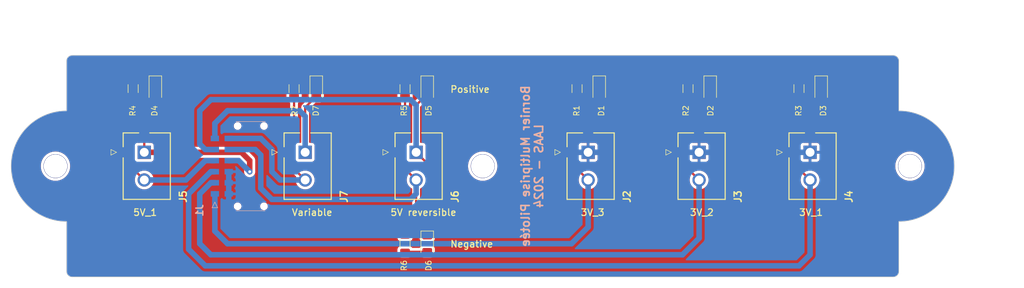
<source format=kicad_pcb>
(kicad_pcb (version 20221018) (generator pcbnew)
  (title_block (title "Bornier Multiprise Pilotée") (date "2024-03-13") (rev "1.0") (company "LAAS"))
  (layers (0 "F.Cu" signal) (31 "B.Cu" signal) (34 "B.Paste" user) (35 "F.Paste" user) (36 "B.SilkS" user "B.Silkscreen") (37 "F.SilkS" user "F.Silkscreen") (38 "B.Mask" user) (39 "F.Mask" user) (44 "Edge.Cuts" user))
  (net 0 "")
  (net 1 "/PWR_3V3_1")
  (net 2 "+3V3")
  (net 3 "/PWR_3V3_2")
  (net 4 "/PWR_3V3_3")
  (net 5 "/PWR_5V_1")
  (net 6 "+5V")
  (net 7 "/PWR_+5V")
  (net 8 "/PWR_-5V")
  (net 9 "/PWR_VAR_POS")
  (net 10 "/PWR_VAR_NEG")
  (net 11 "Net-(D1-K)")
  (net 12 "Net-(D2-K)")
  (net 13 "Net-(D3-K)")
  (net 14 "Net-(D4-K)")
  (net 15 "Net-(D5-K)")
  (net 16 "Net-(D6-A)")
  (net 17 "Net-(D7-K)")
  (footprint "LED_SMD:LED_1206_3216Metric" (layer "F.Cu") (at 186 76 -90)
    (fp_text reference "D2" (at 4.01 -0.055 90) (layer "F.SilkS"))
    (fp_text value "LED")
    (fp_line (start -2.285 -1.135) (end -2.285 1.135) (stroke (width 0.12)) (layer "F.SilkS"))
    (fp_line (start -2.285 1.135) (end 1.6 1.135) (stroke (width 0.12)) (layer "F.SilkS"))
    (fp_line (start 1.6 -1.135) (end -2.285 -1.135) (stroke (width 0.12)) (layer "F.SilkS"))
    (pad "1" smd roundrect (at -1.4 0 270) (size 1.25 1.75) (layers "F.Cu" "F.Paste" "F.Mask") (roundrect_rratio 0.2) (net 12 "Net-(D2-K)"))
    (pad "2" smd roundrect (at 1.4 0 270) (size 1.25 1.75) (layers "F.Cu" "F.Paste" "F.Mask") (roundrect_rratio 0.2) (net 2 "+3V3"))
  )
  (footprint "LED_SMD:LED_1206_3216Metric" (layer "F.Cu") (at 135 104 -90)
    (fp_text reference "D6" (at 3.95 -0.255 90) (layer "F.SilkS"))
    (fp_text value "LED")
    (fp_line (start -2.285 -1.135) (end -2.285 1.135) (stroke (width 0.12)) (layer "F.SilkS"))
    (fp_line (start -2.285 1.135) (end 1.6 1.135) (stroke (width 0.12)) (layer "F.SilkS"))
    (fp_line (start 1.6 -1.135) (end -2.285 -1.135) (stroke (width 0.12)) (layer "F.SilkS"))
    (pad "1" smd roundrect (at -1.4 0 270) (size 1.25 1.75) (layers "F.Cu" "F.Paste" "F.Mask") (roundrect_rratio 0.2) (net 7 "/PWR_+5V"))
    (pad "2" smd roundrect (at 1.4 0 270) (size 1.25 1.75) (layers "F.Cu" "F.Paste" "F.Mask") (roundrect_rratio 0.2) (net 16 "Net-(D6-A)"))
  )
  (footprint "Resistor_SMD:R_1206_3216Metric" (layer "F.Cu") (at 202 76 90)
    (fp_text reference "R3" (at -4.01 -0.07 90) (layer "F.SilkS"))
    (fp_text value "1K")
    (fp_line (start -0.727064 -0.91) (end 0.727064 -0.91) (stroke (width 0.12)) (layer "F.SilkS"))
    (fp_line (start -0.727064 0.91) (end 0.727064 0.91) (stroke (width 0.12)) (layer "F.SilkS"))
    (pad "1" smd roundrect (at -1.4625 0 90) (size 1.125 1.75) (layers "F.Cu" "F.Paste" "F.Mask") (roundrect_rratio 0.2222222222) (net 4 "/PWR_3V3_3"))
    (pad "2" smd roundrect (at 1.4625 0 90) (size 1.125 1.75) (layers "F.Cu" "F.Paste" "F.Mask") (roundrect_rratio 0.2222222222) (net 13 "Net-(D3-K)"))
  )
  (footprint "Borniers:WR-TBL Serie 3117 - 2P" (layer "F.Cu") (at 204 87.5 -90)
    (fp_text reference "J4" (at 8 -7 90) (layer "F.SilkS") (effects (font (size 1.27 1.27) (thickness 0.254))))
    (fp_text value "Conn_01x02" hide)
    (fp_line (start -3.5 -4.7) (end -3.5 -1) (stroke (width 0.2)) (layer "F.SilkS"))
    (fp_line (start -3.5 1) (end -3.5 3.8) (stroke (width 0.2)) (layer "F.SilkS"))
    (fp_line (start -3.5 3.8) (end -1 3.8) (stroke (width 0.2)) (layer "F.SilkS"))
    (fp_line (start -0.5 6) (end 0 5) (stroke (width 0.1)) (layer "F.SilkS"))
    (fp_line (start 0 5) (end 0.5 6) (stroke (width 0.1)) (layer "F.SilkS"))
    (fp_line (start 0.5 6) (end -0.5 6) (stroke (width 0.1)) (layer "F.SilkS"))
    (fp_line (start 1 3.8) (end 8.5 3.8) (stroke (width 0.2)) (layer "F.SilkS"))
    (fp_line (start 8.5 -4.7) (end -3.5 -4.7) (stroke (width 0.2)) (layer "F.SilkS"))
    (fp_line (start 8.5 3.8) (end 8.5 -4.7) (stroke (width 0.2)) (layer "F.SilkS"))
    (pad "1" thru_hole rect (at 0 0 270) (size 2.4 2.4) (drill 1.6) (layers "*.Cu" "*.Mask") (net 2 "+3V3"))
    (pad "2" thru_hole circle (at 5 0 270) (size 2.4 2.4) (drill 1.6) (layers "*.Cu" "*.Mask") (net 4 "/PWR_3V3_3"))
  )
  (footprint "LED_SMD:LED_1206_3216Metric" (layer "F.Cu") (at 206 76 -90)
    (fp_text reference "D3" (at 4.01 -0.375 90) (layer "F.SilkS"))
    (fp_text value "LED")
    (fp_line (start -2.285 -1.135) (end -2.285 1.135) (stroke (width 0.12)) (layer "F.SilkS"))
    (fp_line (start -2.285 1.135) (end 1.6 1.135) (stroke (width 0.12)) (layer "F.SilkS"))
    (fp_line (start 1.6 -1.135) (end -2.285 -1.135) (stroke (width 0.12)) (layer "F.SilkS"))
    (pad "1" smd roundrect (at -1.4 0 270) (size 1.25 1.75) (layers "F.Cu" "F.Paste" "F.Mask") (roundrect_rratio 0.2) (net 13 "Net-(D3-K)"))
    (pad "2" smd roundrect (at 1.4 0 270) (size 1.25 1.75) (layers "F.Cu" "F.Paste" "F.Mask") (roundrect_rratio 0.2) (net 2 "+3V3"))
  )
  (footprint "Resistor_SMD:R_1206_3216Metric" (layer "F.Cu") (at 111 76 90)
    (fp_text reference "R7" (at -4.01 0.125 90) (layer "F.SilkS"))
    (fp_text value "1K")
    (fp_line (start -0.727064 -0.91) (end 0.727064 -0.91) (stroke (width 0.12)) (layer "F.SilkS"))
    (fp_line (start -0.727064 0.91) (end 0.727064 0.91) (stroke (width 0.12)) (layer "F.SilkS"))
    (pad "1" smd roundrect (at -1.4625 0 90) (size 1.125 1.75) (layers "F.Cu" "F.Paste" "F.Mask") (roundrect_rratio 0.2222222222) (net 10 "/PWR_VAR_NEG"))
    (pad "2" smd roundrect (at 1.4625 0 90) (size 1.125 1.75) (layers "F.Cu" "F.Paste" "F.Mask") (roundrect_rratio 0.2222222222) (net 17 "Net-(D7-K)"))
  )
  (footprint "Resistor_SMD:R_1206_3216Metric" (layer "F.Cu") (at 182 76 90)
    (fp_text reference "R2" (at -4.01 -0.39 90) (layer "F.SilkS"))
    (fp_text value "1K")
    (fp_line (start -0.727064 -0.91) (end 0.727064 -0.91) (stroke (width 0.12)) (layer "F.SilkS"))
    (fp_line (start -0.727064 0.91) (end 0.727064 0.91) (stroke (width 0.12)) (layer "F.SilkS"))
    (pad "1" smd roundrect (at -1.4625 0 90) (size 1.125 1.75) (layers "F.Cu" "F.Paste" "F.Mask") (roundrect_rratio 0.2222222222) (net 3 "/PWR_3V3_2"))
    (pad "2" smd roundrect (at 1.4625 0 90) (size 1.125 1.75) (layers "F.Cu" "F.Paste" "F.Mask") (roundrect_rratio 0.2222222222) (net 12 "Net-(D2-K)"))
  )
  (footprint "Resistor_SMD:R_1206_3216Metric" (layer "F.Cu") (at 131 104 90)
    (fp_text reference "R6" (at -3.95 -0.19 90) (layer "F.SilkS"))
    (fp_text value "1K")
    (fp_line (start -0.727064 -0.91) (end 0.727064 -0.91) (stroke (width 0.12)) (layer "F.SilkS"))
    (fp_line (start -0.727064 0.91) (end 0.727064 0.91) (stroke (width 0.12)) (layer "F.SilkS"))
    (pad "1" smd roundrect (at -1.4625 0 90) (size 1.125 1.75) (layers "F.Cu" "F.Paste" "F.Mask") (roundrect_rratio 0.2222222222) (net 16 "Net-(D6-A)"))
    (pad "2" smd roundrect (at 1.4625 0 90) (size 1.125 1.75) (layers "F.Cu" "F.Paste" "F.Mask") (roundrect_rratio 0.2222222222) (net 8 "/PWR_-5V"))
  )
  (footprint "Borniers:WR-TBL Serie 3117 - 2P" (layer "F.Cu") (at 133 87.5 -90)
    (fp_text reference "J6" (at 8 -7 90) (layer "F.SilkS") (effects (font (size 1.27 1.27) (thickness 0.254))))
    (fp_text value "Conn_01x02" hide)
    (fp_line (start -3.5 -4.7) (end -3.5 -1) (stroke (width 0.2)) (layer "F.SilkS"))
    (fp_line (start -3.5 1) (end -3.5 3.8) (stroke (width 0.2)) (layer "F.SilkS"))
    (fp_line (start -3.5 3.8) (end -1 3.8) (stroke (width 0.2)) (layer "F.SilkS"))
    (fp_line (start -0.5 6) (end 0 5) (stroke (width 0.1)) (layer "F.SilkS"))
    (fp_line (start 0 5) (end 0.5 6) (stroke (width 0.1)) (layer "F.SilkS"))
    (fp_line (start 0.5 6) (end -0.5 6) (stroke (width 0.1)) (layer "F.SilkS"))
    (fp_line (start 1 3.8) (end 8.5 3.8) (stroke (width 0.2)) (layer "F.SilkS"))
    (fp_line (start 8.5 -4.7) (end -3.5 -4.7) (stroke (width 0.2)) (layer "F.SilkS"))
    (fp_line (start 8.5 3.8) (end 8.5 -4.7) (stroke (width 0.2)) (layer "F.SilkS"))
    (pad "1" thru_hole rect (at 0 0 270) (size 2.4 2.4) (drill 1.6) (layers "*.Cu" "*.Mask") (net 7 "/PWR_+5V"))
    (pad "2" thru_hole circle (at 5 0 270) (size 2.4 2.4) (drill 1.6) (layers "*.Cu" "*.Mask") (net 8 "/PWR_-5V"))
  )
  (footprint "Borniers:WR-TBL Serie 3117 - 2P" (layer "F.Cu") (at 184 87.5 -90)
    (fp_text reference "J3" (at 8 -7 90) (layer "F.SilkS") (effects (font (size 1.27 1.27) (thickness 0.254))))
    (fp_text value "Conn_01x02" hide)
    (fp_line (start -3.5 -4.7) (end -3.5 -1) (stroke (width 0.2)) (layer "F.SilkS"))
    (fp_line (start -3.5 1) (end -3.5 3.8) (stroke (width 0.2)) (layer "F.SilkS"))
    (fp_line (start -3.5 3.8) (end -1 3.8) (stroke (width 0.2)) (layer "F.SilkS"))
    (fp_line (start -0.5 6) (end 0 5) (stroke (width 0.1)) (layer "F.SilkS"))
    (fp_line (start 0 5) (end 0.5 6) (stroke (width 0.1)) (layer "F.SilkS"))
    (fp_line (start 0.5 6) (end -0.5 6) (stroke (width 0.1)) (layer "F.SilkS"))
    (fp_line (start 1 3.8) (end 8.5 3.8) (stroke (width 0.2)) (layer "F.SilkS"))
    (fp_line (start 8.5 -4.7) (end -3.5 -4.7) (stroke (width 0.2)) (layer "F.SilkS"))
    (fp_line (start 8.5 3.8) (end 8.5 -4.7) (stroke (width 0.2)) (layer "F.SilkS"))
    (pad "1" thru_hole rect (at 0 0 270) (size 2.4 2.4) (drill 1.6) (layers "*.Cu" "*.Mask") (net 2 "+3V3"))
    (pad "2" thru_hole circle (at 5 0 270) (size 2.4 2.4) (drill 1.6) (layers "*.Cu" "*.Mask") (net 3 "/PWR_3V3_2"))
  )
  (footprint "Borniers:WR-TBL Serie 3117 - 2P" (layer "F.Cu") (at 164 87.5 -90)
    (fp_text reference "J2" (at 8 -7 90) (layer "F.SilkS") (effects (font (size 1.27 1.27) (thickness 0.254))))
    (fp_text value "Conn_01x02" hide)
    (fp_line (start -3.5 -4.7) (end -3.5 -1) (stroke (width 0.2)) (layer "F.SilkS"))
    (fp_line (start -3.5 1) (end -3.5 3.8) (stroke (width 0.2)) (layer "F.SilkS"))
    (fp_line (start -3.5 3.8) (end -1 3.8) (stroke (width 0.2)) (layer "F.SilkS"))
    (fp_line (start -0.5 6) (end 0 5) (stroke (width 0.1)) (layer "F.SilkS"))
    (fp_line (start 0 5) (end 0.5 6) (stroke (width 0.1)) (layer "F.SilkS"))
    (fp_line (start 0.5 6) (end -0.5 6) (stroke (width 0.1)) (layer "F.SilkS"))
    (fp_line (start 1 3.8) (end 8.5 3.8) (stroke (width 0.2)) (layer "F.SilkS"))
    (fp_line (start 8.5 -4.7) (end -3.5 -4.7) (stroke (width 0.2)) (layer "F.SilkS"))
    (fp_line (start 8.5 3.8) (end 8.5 -4.7) (stroke (width 0.2)) (layer "F.SilkS"))
    (pad "1" thru_hole rect (at 0 0 270) (size 2.4 2.4) (drill 1.6) (layers "*.Cu" "*.Mask") (net 2 "+3V3"))
    (pad "2" thru_hole circle (at 5 0 270) (size 2.4 2.4) (drill 1.6) (layers "*.Cu" "*.Mask") (net 1 "/PWR_3V3_1"))
  )
  (footprint "LED_SMD:LED_1206_3216Metric" (layer "F.Cu") (at 166 76 -90)
    (fp_text reference "D1" (at 4.01 -0.37 90) (layer "F.SilkS"))
    (fp_text value "LED")
    (fp_line (start -2.285 -1.135) (end -2.285 1.135) (stroke (width 0.12)) (layer "F.SilkS"))
    (fp_line (start -2.285 1.135) (end 1.6 1.135) (stroke (width 0.12)) (layer "F.SilkS"))
    (fp_line (start 1.6 -1.135) (end -2.285 -1.135) (stroke (width 0.12)) (layer "F.SilkS"))
    (pad "1" smd roundrect (at -1.4 0 270) (size 1.25 1.75) (layers "F.Cu" "F.Paste" "F.Mask") (roundrect_rratio 0.2) (net 11 "Net-(D1-K)"))
    (pad "2" smd roundrect (at 1.4 0 270) (size 1.25 1.75) (layers "F.Cu" "F.Paste" "F.Mask") (roundrect_rratio 0.2) (net 2 "+3V3"))
  )
  (footprint "Borniers:WR-TBL Serie 3117 - 2P" (layer "F.Cu") (at 84 87.5 -90)
    (fp_text reference "J5" (at 8 -7 90) (layer "F.SilkS") (effects (font (size 1.27 1.27) (thickness 0.254))))
    (fp_text value "Conn_01x02" hide)
    (fp_line (start -3.5 -4.7) (end -3.5 -1) (stroke (width 0.2)) (layer "F.SilkS"))
    (fp_line (start -3.5 1) (end -3.5 3.8) (stroke (width 0.2)) (layer "F.SilkS"))
    (fp_line (start -3.5 3.8) (end -1 3.8) (stroke (width 0.2)) (layer "F.SilkS"))
    (fp_line (start -0.5 6) (end 0 5) (stroke (width 0.1)) (layer "F.SilkS"))
    (fp_line (start 0 5) (end 0.5 6) (stroke (width 0.1)) (layer "F.SilkS"))
    (fp_line (start 0.5 6) (end -0.5 6) (stroke (width 0.1)) (layer "F.SilkS"))
    (fp_line (start 1 3.8) (end 8.5 3.8) (stroke (width 0.2)) (layer "F.SilkS"))
    (fp_line (start 8.5 -4.7) (end -3.5 -4.7) (stroke (width 0.2)) (layer "F.SilkS"))
    (fp_line (start 8.5 3.8) (end 8.5 -4.7) (stroke (width 0.2)) (layer "F.SilkS"))
    (pad "1" thru_hole rect (at 0 0 270) (size 2.4 2.4) (drill 1.6) (layers "*.Cu" "*.Mask") (net 6 "+5V"))
    (pad "2" thru_hole circle (at 5 0 270) (size 2.4 2.4) (drill 1.6) (layers "*.Cu" "*.Mask") (net 5 "/PWR_5V_1"))
  )
  (footprint "LED_SMD:LED_1206_3216Metric" (layer "F.Cu") (at 86 76 -90)
    (fp_text reference "D4" (at 4.01 0.148 90) (layer "F.SilkS"))
    (fp_text value "LED")
    (fp_line (start -2.285 -1.135) (end -2.285 1.135) (stroke (width 0.12)) (layer "F.SilkS"))
    (fp_line (start -2.285 1.135) (end 1.6 1.135) (stroke (width 0.12)) (layer "F.SilkS"))
    (fp_line (start 1.6 -1.135) (end -2.285 -1.135) (stroke (width 0.12)) (layer "F.SilkS"))
    (pad "1" smd roundrect (at -1.4 0 270) (size 1.25 1.75) (layers "F.Cu" "F.Paste" "F.Mask") (roundrect_rratio 0.2) (net 14 "Net-(D4-K)"))
    (pad "2" smd roundrect (at 1.4 0 270) (size 1.25 1.75) (layers "F.Cu" "F.Paste" "F.Mask") (roundrect_rratio 0.2) (net 6 "+5V"))
  )
  (footprint "LED_SMD:LED_1206_3216Metric" (layer "F.Cu") (at 135 76 -90)
    (fp_text reference "D5" (at 4.01 -0.255 90) (layer "F.SilkS"))
    (fp_text value "LED")
    (fp_line (start -2.285 -1.135) (end -2.285 1.135) (stroke (width 0.12)) (layer "F.SilkS"))
    (fp_line (start -2.285 1.135) (end 1.6 1.135) (stroke (width 0.12)) (layer "F.SilkS"))
    (fp_line (start 1.6 -1.135) (end -2.285 -1.135) (stroke (width 0.12)) (layer "F.SilkS"))
    (pad "1" smd roundrect (at -1.4 0 270) (size 1.25 1.75) (layers "F.Cu" "F.Paste" "F.Mask") (roundrect_rratio 0.2) (net 15 "Net-(D5-K)"))
    (pad "2" smd roundrect (at 1.4 0 270) (size 1.25 1.75) (layers "F.Cu" "F.Paste" "F.Mask") (roundrect_rratio 0.2) (net 7 "/PWR_+5V"))
  )
  (footprint "LED_SMD:LED_1206_3216Metric" (layer "F.Cu") (at 115 76 -90)
    (fp_text reference "D7" (at 4.01 0.065 90) (layer "F.SilkS"))
    (fp_text value "LED")
    (fp_line (start -2.285 -1.135) (end -2.285 1.135) (stroke (width 0.12)) (layer "F.SilkS"))
    (fp_line (start -2.285 1.135) (end 1.6 1.135) (stroke (width 0.12)) (layer "F.SilkS"))
    (fp_line (start 1.6 -1.135) (end -2.285 -1.135) (stroke (width 0.12)) (layer "F.SilkS"))
    (pad "1" smd roundrect (at -1.4 0 270) (size 1.25 1.75) (layers "F.Cu" "F.Paste" "F.Mask") (roundrect_rratio 0.2) (net 17 "Net-(D7-K)"))
    (pad "2" smd roundrect (at 1.4 0 270) (size 1.25 1.75) (layers "F.Cu" "F.Paste" "F.Mask") (roundrect_rratio 0.2) (net 9 "/PWR_VAR_POS"))
  )
  (footprint "Resistor_SMD:R_1206_3216Metric" (layer "F.Cu") (at 131 76 90)
    (fp_text reference "R5" (at -4.01 -0.19 90) (layer "F.SilkS"))
    (fp_text value "1K")
    (fp_line (start -0.727064 -0.91) (end 0.727064 -0.91) (stroke (width 0.12)) (layer "F.SilkS"))
    (fp_line (start -0.727064 0.91) (end 0.727064 0.91) (stroke (width 0.12)) (layer "F.SilkS"))
    (pad "1" smd roundrect (at -1.4625 0 90) (size 1.125 1.75) (layers "F.Cu" "F.Paste" "F.Mask") (roundrect_rratio 0.2222222222) (net 8 "/PWR_-5V"))
    (pad "2" smd roundrect (at 1.4625 0 90) (size 1.125 1.75) (layers "F.Cu" "F.Paste" "F.Mask") (roundrect_rratio 0.2222222222) (net 15 "Net-(D5-K)"))
  )
  (footprint "Resistor_SMD:R_1206_3216Metric" (layer "F.Cu") (at 162 76 90)
    (fp_text reference "R1" (at -4.01 -0.075 90) (layer "F.SilkS"))
    (fp_text value "1K")
    (fp_line (start -0.727064 -0.91) (end 0.727064 -0.91) (stroke (width 0.12)) (layer "F.SilkS"))
    (fp_line (start -0.727064 0.91) (end 0.727064 0.91) (stroke (width 0.12)) (layer "F.SilkS"))
    (pad "1" smd roundrect (at -1.4625 0 90) (size 1.125 1.75) (layers "F.Cu" "F.Paste" "F.Mask") (roundrect_rratio 0.2222222222) (net 1 "/PWR_3V3_1"))
    (pad "2" smd roundrect (at 1.4625 0 90) (size 1.125 1.75) (layers "F.Cu" "F.Paste" "F.Mask") (roundrect_rratio 0.2222222222) (net 11 "Net-(D1-K)"))
  )
  (footprint "Resistor_SMD:R_1206_3216Metric" (layer "F.Cu") (at 82 76 90)
    (fp_text reference "R4" (at -4.01 -0.085 90) (layer "F.SilkS"))
    (fp_text value "1K")
    (fp_line (start -0.727064 -0.91) (end 0.727064 -0.91) (stroke (width 0.12)) (layer "F.SilkS"))
    (fp_line (start -0.727064 0.91) (end 0.727064 0.91) (stroke (width 0.12)) (layer "F.SilkS"))
    (pad "1" smd roundrect (at -1.4625 0 90) (size 1.125 1.75) (layers "F.Cu" "F.Paste" "F.Mask") (roundrect_rratio 0.2222222222) (net 5 "/PWR_5V_1"))
    (pad "2" smd roundrect (at 1.4625 0 90) (size 1.125 1.75) (layers "F.Cu" "F.Paste" "F.Mask") (roundrect_rratio 0.2222222222) (net 14 "Net-(D4-K)"))
  )
  (footprint "Borniers:WR-TBL Serie 3117 - 2P" (layer "F.Cu") (at 113 87.5 -90)
    (fp_text reference "J7" (at 8 -7 90) (layer "F.SilkS") (effects (font (size 1.27 1.27) (thickness 0.254))))
    (fp_text value "Conn_01x02" hide)
    (fp_line (start -3.5 -4.7) (end -3.5 -1) (stroke (width 0.2)) (layer "F.SilkS"))
    (fp_line (start -3.5 1) (end -3.5 3.8) (stroke (width 0.2)) (layer "F.SilkS"))
    (fp_line (start -3.5 3.8) (end -1 3.8) (stroke (width 0.2)) (layer "F.SilkS"))
    (fp_line (start -0.5 6) (end 0 5) (stroke (width 0.1)) (layer "F.SilkS"))
    (fp_line (start 0 5) (end 0.5 6) (stroke (width 0.1)) (layer "F.SilkS"))
    (fp_line (start 0.5 6) (end -0.5 6) (stroke (width 0.1)) (layer "F.SilkS"))
    (fp_line (start 1 3.8) (end 8.5 3.8) (stroke (width 0.2)) (layer "F.SilkS"))
    (fp_line (start 8.5 -4.7) (end -3.5 -4.7) (stroke (width 0.2)) (layer "F.SilkS"))
    (fp_line (start 8.5 3.8) (end 8.5 -4.7) (stroke (width 0.2)) (layer "F.SilkS"))
    (pad "1" thru_hole rect (at 0 0 270) (size 2.4 2.4) (drill 1.6) (layers "*.Cu" "*.Mask") (net 9 "/PWR_VAR_POS"))
    (pad "2" thru_hole circle (at 5 0 270) (size 2.4 2.4) (drill 1.6) (layers "*.Cu" "*.Mask") (net 10 "/PWR_VAR_NEG"))
  )
  (footprint "Borniers:M80-66612YY" (layer "B.Cu") (at 97.975 90 -90)
    (fp_text reference "J1" (at 8 4 90) (layer "B.SilkS") (effects (font (size 1.27 1.27) (thickness 0.254)) (justify mirror)))
    (fp_text value "Conn_02x06_Odd_Even" hide)
    (fp_line (start -8.05 -7.8) (end -8.05 -2.6) (stroke (width 0.1)) (layer "B.SilkS"))
    (fp_line (start 6.5 1.25) (end 7.5 1.75) (stroke (width 0.1)) (layer "B.SilkS"))
    (fp_line (start 7.5 0.75) (end 6.5 1.25) (stroke (width 0.1)) (layer "B.SilkS"))
    (fp_line (start 7.5 1.75) (end 7.5 0.75) (stroke (width 0.1)) (layer "B.SilkS"))
    (fp_line (start 8.05 -2.6) (end 8.05 -7.8) (stroke (width 0.1)) (layer "B.SilkS"))
    (pad "" np_thru_hole circle (at -7.25 -7.6 270) (size 0.9 0.9) (drill 0.9) (layers "*.Cu" "*.Mask"))
    (pad "" np_thru_hole circle (at -7.25 -2.85 270) (size 0.9 0.9) (drill 0.9) (layers "*.Cu" "*.Mask"))
    (pad "" np_thru_hole circle (at 7.25 -7.6 270) (size 0.9 0.9) (drill 0.9) (layers "*.Cu" "*.Mask"))
    (pad "" np_thru_hole circle (at 7.25 -2.85 270) (size 0.9 0.9) (drill 0.9) (layers "*.Cu" "*.Mask"))
    (pad "1" smd rect (at 5 1.25 270) (size 1 1.5) (layers "B.Cu" "B.Paste" "B.Mask") (net 1 "/PWR_3V3_1"))
    (pad "2" smd rect (at 3 1.25 270) (size 1 1.5) (layers "B.Cu" "B.Paste" "B.Mask") (net 3 "/PWR_3V3_2"))
    (pad "3" smd rect (at 1 1.25 270) (size 1 1.5) (layers "B.Cu" "B.Paste" "B.Mask") (net 4 "/PWR_3V3_3"))
    (pad "4" smd rect (at -1 1.25 270) (size 1 1.5) (layers "B.Cu" "B.Paste" "B.Mask") (net 5 "/PWR_5V_1"))
    (pad "5" smd rect (at -3 1.25 270) (size 1 1.5) (layers "B.Cu" "B.Paste" "B.Mask") (net 7 "/PWR_+5V"))
    (pad "6" smd rect (at -5 1.25 270) (size 1 1.5) (layers "B.Cu" "B.Paste" "B.Mask") (net 9 "/PWR_VAR_POS"))
    (pad "7" smd rect (at 5 -1.25 270) (size 1 1.5) (layers "B.Cu" "B.Paste" "B.Mask") (net 2 "+3V3"))
    (pad "8" smd rect (at 3 -1.25 270) (size 1 1.5) (layers "B.Cu" "B.Paste" "B.Mask") (net 2 "+3V3"))
    (pad "9" smd rect (at 1 -1.25 270) (size 1 1.5) (layers "B.Cu" "B.Paste" "B.Mask") (net 2 "+3V3"))
    (pad "10" smd rect (at -1 -1.25 270) (size 1 1.5) (layers "B.Cu" "B.Paste" "B.Mask") (net 6 "+5V"))
    (pad "11" smd rect (at -3 -1.25 270) (size 1 1.5) (layers "B.Cu" "B.Paste" "B.Mask") (net 8 "/PWR_-5V"))
    (pad "12" smd rect (at -5 -1.25 270) (size 1 1.5) (layers "B.Cu" "B.Paste" "B.Mask") (net 10 "/PWR_VAR_NEG"))
  )
  (gr_arc locked (start 71 110) (mid 70.292893 109.707107) (end 70 109) (stroke (width 0.1)) (layer "Edge.Cuts"))
  (gr_line locked (start 219 110) (end 71 110) (stroke (width 0.1)) (layer "Edge.Cuts"))
  (gr_arc locked (start 219 70) (mid 219.707107 70.292893) (end 220 71) (stroke (width 0.1)) (layer "Edge.Cuts"))
  (gr_arc locked (start 70 100) (mid 60 90) (end 70 80) (stroke (width 0.1)) (layer "Edge.Cuts"))
  (gr_arc locked (start 70 71) (mid 70.292893 70.292893) (end 71 70) (stroke (width 0.1)) (layer "Edge.Cuts"))
  (gr_line locked (start 71 70) (end 219 70) (stroke (width 0.1)) (layer "Edge.Cuts"))
  (gr_line locked (start 220 100) (end 220 109) (stroke (width 0.1)) (layer "Edge.Cuts"))
  (gr_arc locked (start 220 80) (mid 230 90) (end 220 100) (stroke (width 0.1)) (layer "Edge.Cuts"))
  (gr_line locked (start 220 71) (end 220 80) (stroke (width 0.1)) (layer "Edge.Cuts"))
  (gr_line locked (start 70 71) (end 70 80) (stroke (width 0.1)) (layer "Edge.Cuts"))
  (gr_arc locked (start 220 109) (mid 219.707107 109.707107) (end 219 110) (stroke (width 0.1)) (layer "Edge.Cuts"))
  (gr_line locked (start 70 100) (end 70 109) (stroke (width 0.1)) (layer "Edge.Cuts"))
  (gr_text "Bornier Multiprise Pilotée\nLAAS - 2024" (at 156 90 90) (layer "B.SilkS") (effects (font (size 1.5 1.5) (thickness 0.3) bold) (justify bottom mirror)))
  (gr_text "5V reversible" (at 128.27 99.06) (layer "F.SilkS") (effects (font (size 1.2 1.2) (thickness 0.2) bold) (justify left bottom)))
  (gr_text "Variable" (at 110.49 99.06) (layer "F.SilkS") (effects (font (size 1.2 1.2) (thickness 0.2) bold) (justify left bottom)))
  (gr_text "3V_2" (at 182.245 99.06) (layer "F.SilkS") (effects (font (size 1.2 1.2) (thickness 0.2) bold) (justify left bottom)))
  (gr_text "Positive" (at 139.065 76.835) (layer "F.SilkS") (effects (font (size 1.2 1.2) (thickness 0.2) bold) (justify left bottom)))
  (gr_text "Negative" (at 139.065 104.775) (layer "F.SilkS") (effects (font (size 1.2 1.2) (thickness 0.2) bold) (justify left bottom)))
  (gr_text "5V_1" (at 81.915 99.06) (layer "F.SilkS") (effects (font (size 1.2 1.2) (thickness 0.2) bold) (justify left bottom)))
  (gr_text "3V_3" (at 162.56 99.06) (layer "F.SilkS") (effects (font (size 1.2 1.2) (thickness 0.2) bold) (justify left bottom)))
  (gr_text "3V_1" (at 201.93 99.06) (layer "F.SilkS") (effects (font (size 1.2 1.2) (thickness 0.2) bold) (justify left bottom)))
  (via locked (at 145 90) (size 4.3) (drill 4.2) (layers "F.Cu" "B.Cu") (net 0))
  (via locked (at 68 90) (size 4.3) (drill 4.2) (layers "F.Cu" "B.Cu") (net 0))
  (via locked (at 222 90) (size 4.3) (drill 4.2) (layers "F.Cu" "B.Cu") (net 0))
  (segment (start 162 77.4625) (end 162 90.5) (width 0.4) (layer "F.Cu") (net 1))
  (segment (start 162 90.5) (end 164 92.5) (width 0.4) (layer "F.Cu") (net 1))
  (segment (start 96.725 95) (end 96.725 101.725) (width 1) (layer "B.Cu") (net 1))
  (segment (start 99 104) (end 161 104) (width 1) (layer "B.Cu") (net 1))
  (segment (start 164 101) (end 164 92.5) (width 1) (layer "B.Cu") (net 1))
  (segment (start 96.725 101.725) (end 99 104) (width 1) (layer "B.Cu") (net 1))
  (segment (start 161 104) (end 164 101) (width 1) (layer "B.Cu") (net 1))
  (segment (start 204 79.4) (end 206 77.4) (width 0.4) (layer "F.Cu") (net 2))
  (segment (start 184 87.5) (end 184 79.4) (width 0.4) (layer "F.Cu") (net 2))
  (segment (start 164 87.5) (end 164 79.4) (width 0.4) (layer "F.Cu") (net 2))
  (segment (start 204 87.5) (end 204 79.4) (width 0.4) (layer "F.Cu") (net 2))
  (segment (start 164 79.4) (end 166 77.4) (width 0.4) (layer "F.Cu") (net 2))
  (segment (start 184 79.4) (end 186 77.4) (width 0.4) (layer "F.Cu") (net 2))
  (segment (start 100 102) (end 155 102) (width 1) (layer "B.Cu") (net 2))
  (segment (start 155 102) (end 157 100) (width 1) (layer "B.Cu") (net 2))
  (segment (start 157 100) (end 157 90) (width 1) (layer "B.Cu") (net 2))
  (segment (start 99.225 101.225) (end 100 102) (width 1) (layer "B.Cu") (net 2))
  (segment (start 99.225 95) (end 99.225 101.225) (width 1) (layer "B.Cu") (net 2))
  (segment (start 157 90) (end 159.5 87.5) (width 1) (layer "B.Cu") (net 2))
  (segment (start 164 87.5) (end 184 87.5) (width 1) (layer "B.Cu") (net 2))
  (segment (start 159.5 87.5) (end 164 87.5) (width 1) (layer "B.Cu") (net 2))
  (segment (start 184 87.5) (end 204 87.5) (width 1) (layer "B.Cu") (net 2))
  (segment (start 204 87.5) (end 203.5 87.5) (width 0.4) (layer "B.Cu") (net 2))
  (segment (start 99.225 91) (end 99.225 95) (width 1) (layer "B.Cu") (net 2))
  (segment (start 203.5 87.5) (end 203 87) (width 0.4) (layer "B.Cu") (net 2))
  (segment (start 182 90.5) (end 184 92.5) (width 0.4) (layer "F.Cu") (net 3))
  (segment (start 182 77.4625) (end 182 90.5) (width 0.4) (layer "F.Cu") (net 3))
  (segment (start 96 93) (end 94 95) (width 1) (layer "B.Cu") (net 3))
  (segment (start 184 103) (end 184 92.5) (width 1) (layer "B.Cu") (net 3))
  (segment (start 94 95) (end 94 104) (width 1) (layer "B.Cu") (net 3))
  (segment (start 181 106) (end 184 103) (width 1) (layer "B.Cu") (net 3))
  (segment (start 96.725 93) (end 96 93) (width 1) (layer "B.Cu") (net 3))
  (segment (start 96 106) (end 181 106) (width 1) (layer "B.Cu") (net 3))
  (segment (start 94 104) (end 96 106) (width 1) (layer "B.Cu") (net 3))
  (segment (start 202 90.5) (end 204 92.5) (width 0.4) (layer "F.Cu") (net 4))
  (segment (start 202 77.4625) (end 202 90.5) (width 0.4) (layer "F.Cu") (net 4))
  (segment (start 202 108) (end 204 106) (width 1) (layer "B.Cu") (net 4))
  (segment (start 95 108) (end 202 108) (width 1) (layer "B.Cu") (net 4))
  (segment (start 96 91) (end 92 95) (width 1) (layer "B.Cu") (net 4))
  (segment (start 92 105) (end 95 108) (width 1) (layer "B.Cu") (net 4))
  (segment (start 92 95) (end 92 105) (width 1) (layer "B.Cu") (net 4))
  (segment (start 96.725 91) (end 96 91) (width 1) (layer "B.Cu") (net 4))
  (segment (start 204 106) (end 204 92.5) (width 1) (layer "B.Cu") (net 4))
  (segment (start 82 90.5) (end 84 92.5) (width 0.4) (layer "F.Cu") (net 5))
  (segment (start 82 77.4625) (end 82 90.5) (width 0.4) (layer "F.Cu") (net 5))
  (segment (start 91.5 92.5) (end 84 92.5) (width 1) (layer "B.Cu") (net 5))
  (segment (start 96.725 89) (end 95 89) (width 1) (layer "B.Cu") (net 5))
  (segment (start 95 89) (end 91.5 92.5) (width 1) (layer "B.Cu") (net 5))
  (segment (start 84 87.5) (end 84 79.4) (width 0.4) (layer "F.Cu") (net 6))
  (segment (start 101.5 87.5) (end 84 87.5) (width 1) (layer "F.Cu") (net 6))
  (segment (start 101.5 87.5) (end 103 89) (width 1) (layer "F.Cu") (net 6))
  (segment (start 84 79.4) (end 86 77.4) (width 0.4) (layer "F.Cu") (net 6))
  (segment (start 103 89) (end 103 91) (width 1) (layer "F.Cu") (net 6))
  (via (at 103 91) (size 1) (drill 0.5) (layers "F.Cu" "B.Cu") (net 6))
  (segment (start 101 89) (end 103 91) (width 1) (layer "B.Cu") (net 6))
  (segment (start 99.225 89) (end 101 89) (width 1) (layer "B.Cu") (net 6))
  (segment (start 135 89.5) (end 133 87.5) (width 0.4) (layer "F.Cu") (net 7))
  (segment (start 135 77.4) (end 134.6 77.4) (width 0.4) (layer "F.Cu") (net 7))
  (segment (start 135 102.6) (end 135 89.5) (width 0.4) (layer "F.Cu") (net 7))
  (segment (start 134.6 77.4) (end 133 79) (width 0.4) (layer "F.Cu") (net 7))
  (segment (start 133 79) (end 133 87.5) (width 0.4) (layer "F.Cu") (net 7))
  (segment (start 94 80) (end 96 78) (width 1) (layer "B.Cu") (net 7))
  (segment (start 94 86) (end 94 80) (width 1) (layer "B.Cu") (net 7))
  (segment (start 96.725 87) (end 95 87) (width 1) (layer "B.Cu") (net 7))
  (segment (start 96 78) (end 132 78) (width 1) (layer "B.Cu") (net 7))
  (segment (start 132 78) (end 133 79) (width 1) (layer "B.Cu") (net 7))
  (segment (start 133 79) (end 133 87.5) (width 1) (layer "B.Cu") (net 7))
  (segment (start 95 87) (end 94 86) (width 1) (layer "B.Cu") (net 7))
  (segment (start 131 77.4625) (end 131 90.5) (width 0.4) (layer "F.Cu") (net 8))
  (segment (start 131 90.5) (end 133 92.5) (width 0.4) (layer "F.Cu") (net 8))
  (segment (start 131 102.5375) (end 133 100.5375) (width 0.4) (layer "F.Cu") (net 8))
  (segment (start 133 100.5375) (end 133 92.5) (width 0.4) (layer "F.Cu") (net 8))
  (segment (start 132 96) (end 133 95) (width 1) (layer "B.Cu") (net 8))
  (segment (start 105 94) (end 107 96) (width 1) (layer "B.Cu") (net 8))
  (segment (start 99.225 87) (end 104 87) (width 1) (layer "B.Cu") (net 8))
  (segment (start 133 95) (end 133 92.5) (width 1) (layer "B.Cu") (net 8))
  (segment (start 107 96) (end 132 96) (width 1) (layer "B.Cu") (net 8))
  (segment (start 104 87) (end 105 88) (width 1) (layer "B.Cu") (net 8))
  (segment (start 105 88) (end 105 94) (width 1) (layer "B.Cu") (net 8))
  (segment (start 113 79.4) (end 115 77.4) (width 0.4) (layer "F.Cu") (net 9))
  (segment (start 113 87.5) (end 113 79.4) (width 0.4) (layer "F.Cu") (net 9))
  (segment (start 112 80) (end 113 81) (width 1) (layer "B.Cu") (net 9))
  (segment (start 96.725 85) (end 96.725 82.275) (width 1) (layer "B.Cu") (net 9))
  (segment (start 99 80) (end 112 80) (width 1) (layer "B.Cu") (net 9))
  (segment (start 113 81) (end 113 87.5) (width 1) (layer "B.Cu") (net 9))
  (segment (start 96.725 82.275) (end 99 80) (width 1) (layer "B.Cu") (net 9))
  (segment (start 111 90.5) (end 113 92.5) (width 0.4) (layer "F.Cu") (net 10))
  (segment (start 111 77.4625) (end 111 90.5) (width 0.4) (layer "F.Cu") (net 10))
  (segment (start 107 87) (end 107 91) (width 1) (layer "B.Cu") (net 10))
  (segment (start 105 85) (end 107 87) (width 1) (layer "B.Cu") (net 10))
  (segment (start 107 91) (end 108.5 92.5) (width 1) (layer "B.Cu") (net 10))
  (segment (start 99.225 85) (end 105 85) (width 1) (layer "B.Cu") (net 10))
  (segment (start 108.5 92.5) (end 113 92.5) (width 1) (layer "B.Cu") (net 10))
  (segment (start 162 74.5375) (end 165.9375 74.5375) (width 0.4) (layer "F.Cu") (net 11))
  (segment (start 165.9375 74.5375) (end 166 74.6) (width 0.4) (layer "F.Cu") (net 11))
  (segment (start 185.9375 74.5375) (end 186 74.6) (width 0.4) (layer "F.Cu") (net 12))
  (segment (start 182 74.5375) (end 185.9375 74.5375) (width 0.4) (layer "F.Cu") (net 12))
  (segment (start 205.9375 74.5375) (end 206 74.6) (width 0.4) (layer "F.Cu") (net 13))
  (segment (start 202 74.5375) (end 205.9375 74.5375) (width 0.4) (layer "F.Cu") (net 13))
  (segment (start 85.9375 74.5375) (end 86 74.6) (width 0.4) (layer "F.Cu") (net 14))
  (segment (start 82 74.5375) (end 85.9375 74.5375) (width 0.4) (layer "F.Cu") (net 14))
  (segment (start 131 74.5375) (end 134.9375 74.5375) (width 0.4) (layer "F.Cu") (net 15))
  (segment (start 134.9375 74.5375) (end 135 74.6) (width 0.4) (layer "F.Cu") (net 15))
  (segment (start 134.9375 105.4625) (end 135 105.4) (width 0.4) (layer "F.Cu") (net 16))
  (segment (start 131 105.4625) (end 134.9375 105.4625) (width 0.4) (layer "F.Cu") (net 16))
  (segment (start 111 74.5375) (end 114.9375 74.5375) (width 0.4) (layer "F.Cu") (net 17))
  (segment (start 114.9375 74.5375) (end 115 74.6) (width 0.4) (layer "F.Cu") (net 17))
  (zone (net 2) (net_name "+3V3") (layers "F&B.Cu") (connect_pads (clearance 0.5)) (min_thickness 0.25) (fill yes (thermal_gap 0.5) (thermal_bridge_width 0.5) (smoothing chamfer))
    (polygon (pts (xy 231 66) (xy 231 112) (xy 58 112) (xy 58 66)))
  )
)
</source>
